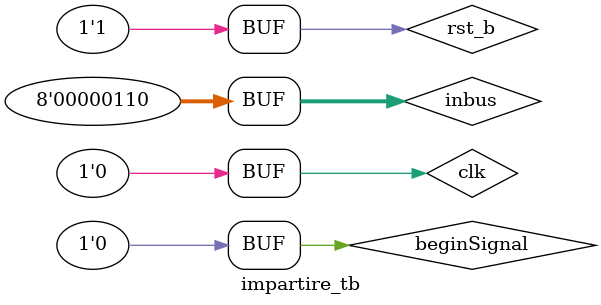
<source format=v>
`timescale 1ns/1ns

`include "../src/function_table.v"
`include "../src/control_unit_fsm.v"
`include "../src/adder.v"
`include "../src/counter.v"
`include "../src/demux.v"
`include "../src/mux.v"
`include "../src/register.v"
`include "../src/srt4.v"

module impartire_tb;
reg [7:0] inbus;
reg beginSignal, clk, rst_b;
wire [7:0] outbus;
wire endSignal;

srt4 srt_4(
    .inbus(inbus),
    .beginSignal(beginSignal), 
    .clk(clk), 
    .rst_b(rst_b),
    .outbus(outbus),
    .endSignal(endSignal)
);

initial begin
    clk = 0;
    repeat (100) #10 clk = ~clk;
end

initial begin
    $dumpfile("waveform.vcd");
    $dumpvars(0, impartire_tb);
    beginSignal = 1;
    rst_b = 1;
    inbus = 211;
    #2 rst_b = 0;
    #3 rst_b = 1;    
    #15 beginSignal = 0;
    #10 inbus = 6; 
end

endmodule
</source>
